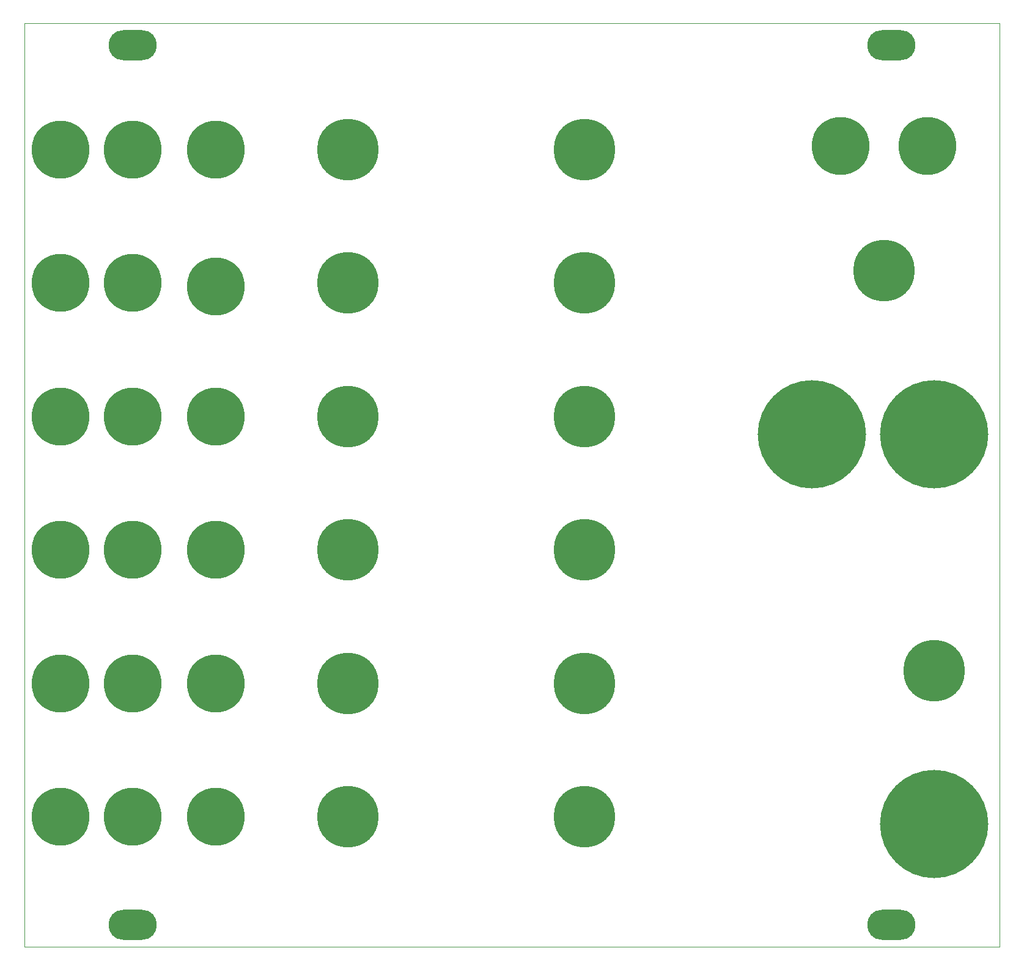
<source format=gbl>
G04 #@! TF.GenerationSoftware,KiCad,Pcbnew,(6.0.1)*
G04 #@! TF.CreationDate,2022-09-12T17:21:21+02:00*
G04 #@! TF.ProjectId,Output-mixer,4f757470-7574-42d6-9d69-7865722e6b69,rev?*
G04 #@! TF.SameCoordinates,Original*
G04 #@! TF.FileFunction,Copper,L2,Bot*
G04 #@! TF.FilePolarity,Positive*
%FSLAX46Y46*%
G04 Gerber Fmt 4.6, Leading zero omitted, Abs format (unit mm)*
G04 Created by KiCad (PCBNEW (6.0.1)) date 2022-09-12 17:21:21*
%MOMM*%
%LPD*%
G01*
G04 APERTURE LIST*
G04 #@! TA.AperFunction,Profile*
%ADD10C,0.050000*%
G04 #@! TD*
G04 #@! TA.AperFunction,ComponentPad*
%ADD11O,6.700000X4.200000*%
G04 #@! TD*
G04 #@! TA.AperFunction,ViaPad*
%ADD12C,8.500000*%
G04 #@! TD*
G04 #@! TA.AperFunction,ViaPad*
%ADD13C,8.000000*%
G04 #@! TD*
G04 #@! TA.AperFunction,ViaPad*
%ADD14C,15.000000*%
G04 #@! TD*
G04 APERTURE END LIST*
D10*
X33625000Y-34550000D02*
X33625000Y-162550000D01*
X33625000Y-34550000D02*
X168625000Y-34550000D01*
X168625000Y-34550000D02*
X168625000Y-162550000D01*
X168625000Y-162550000D02*
X33625000Y-162550000D01*
D11*
X153625000Y-159550000D03*
X48625000Y-159550000D03*
X153625000Y-37550000D03*
X48625000Y-37550000D03*
D12*
X111125000Y-70550000D03*
X111125000Y-52050000D03*
D13*
X38595000Y-107550000D03*
X48595000Y-126050000D03*
X38595000Y-70550000D03*
X60125000Y-52050000D03*
D12*
X152625000Y-68825000D03*
X159625000Y-124300000D03*
D13*
X60125000Y-89050000D03*
D12*
X111125000Y-107550000D03*
X111125000Y-89050000D03*
X78400000Y-70550000D03*
D13*
X38595000Y-144550000D03*
D12*
X78400000Y-52050000D03*
D13*
X48595000Y-144550000D03*
D14*
X142625000Y-91550000D03*
D12*
X78400000Y-126050000D03*
D13*
X38595000Y-126050000D03*
D12*
X111125000Y-144550000D03*
X78400000Y-107550000D03*
D13*
X48595000Y-70550000D03*
X158625000Y-51550000D03*
X60095000Y-71050000D03*
D12*
X111125000Y-126050000D03*
X78400000Y-89050000D03*
D13*
X60125000Y-107550000D03*
X38595000Y-52050000D03*
X146625000Y-51550000D03*
D14*
X159625000Y-145550000D03*
D13*
X38595000Y-89050000D03*
X48595000Y-107550000D03*
X48595000Y-52050000D03*
X60125000Y-126050000D03*
D14*
X159625000Y-91550000D03*
D13*
X48595000Y-89050000D03*
X60125000Y-144550000D03*
D12*
X78400000Y-144550000D03*
M02*

</source>
